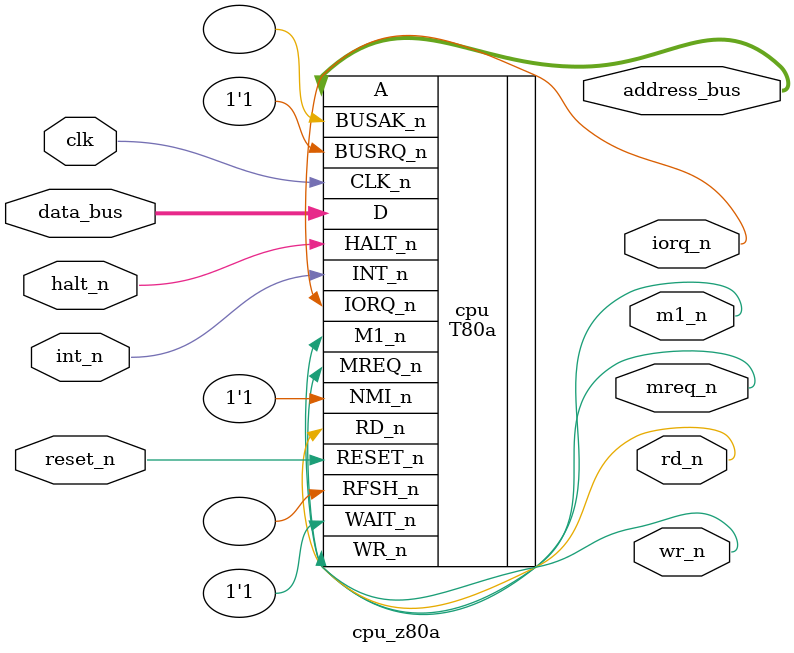
<source format=v>
module cpu_z80a (
    input wire clk,
    input wire reset_n,
    output wire [15:0] address_bus, // 16-bit adresbus
    inout wire [7:0] data_bus,      // 8-bit tri-state databus
    input wire halt_n,
    input wire int_n,
    output wire iorq_n,
    output wire m1_n,
    output wire mreq_n,
    output wire rd_n,
    output wire wr_n
);

    // --- Instantie van T80a / T80a core ---
    T80a cpu (
        .CLK_n(clk),
        .RESET_n(reset_n),
        .A(address_bus),
        .D(data_bus),
        .MREQ_n(mreq_n),
        .RD_n(rd_n),
        .WR_n(wr_n),
        .IORQ_n(iorq_n),  // voorlopig niet gebruikt
        .RFSH_n(),  // voorlopig niet gebruikt
        .M1_n(m1_n),    // voorlopig niet gebruikt
        .HALT_n(halt_n),  // voorlopig niet gebruikt
        .BUSAK_n(), // voorlopig niet gebruikt
        .INT_n(int_n),
        .NMI_n(1'b1),
        .WAIT_n(1'b1),
        .BUSRQ_n(1'b1)
    );

endmodule
</source>
